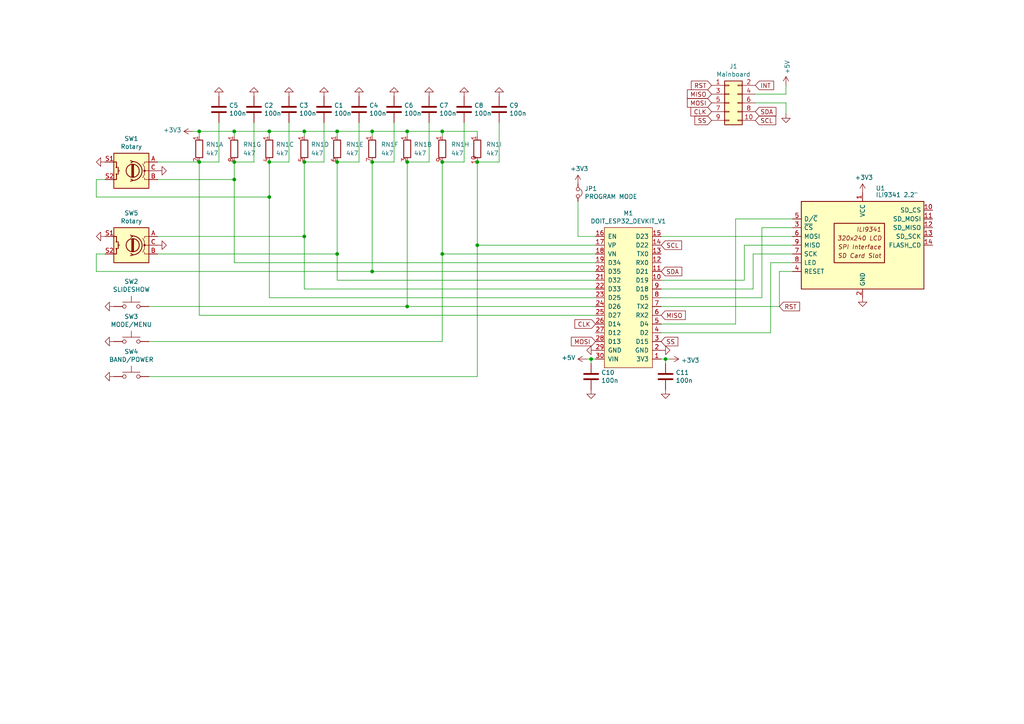
<source format=kicad_sch>
(kicad_sch (version 20230121) (generator eeschema)
  (paper "A4")
  (title_block (title "SI4684 controller") (date "2024-03-11") (rev "1") (company "PE5PVB"))
  (lib_symbols
    (symbol "Connector_Generic:Conn_02x05_Odd_Even" (pin_names (offset 1.016) hide)
      (property "Reference" "J" (at 1.27 7.62 0))
      (property "Value" "Conn_02x05_Odd_Even" (at 1.27 -7.62 0))
      (symbol "Conn_02x05_Odd_Even_1_1"
        (rectangle (start -1.27 -4.953) (end 0 -5.207) (stroke (width 0.1524)))
        (rectangle (start -1.27 -2.413) (end 0 -2.667) (stroke (width 0.1524)))
        (rectangle (start -1.27 0.127) (end 0 -0.127) (stroke (width 0.1524)))
        (rectangle (start -1.27 2.667) (end 0 2.413) (stroke (width 0.1524)))
        (rectangle (start -1.27 5.207) (end 0 4.953) (stroke (width 0.1524)))
        (rectangle (start -1.27 6.35) (end 3.81 -6.35) (stroke (width 0.254)) (fill (type background)))
        (rectangle (start 3.81 -4.953) (end 2.54 -5.207) (stroke (width 0.1524)))
        (rectangle (start 3.81 -2.413) (end 2.54 -2.667) (stroke (width 0.1524)))
        (rectangle (start 3.81 0.127) (end 2.54 -0.127) (stroke (width 0.1524)))
        (rectangle (start 3.81 2.667) (end 2.54 2.413) (stroke (width 0.1524)))
        (rectangle (start 3.81 5.207) (end 2.54 4.953) (stroke (width 0.1524)))
        (pin passive line (at -5.08 5.08 0) (length 3.81) (name "Pin_1") (number "1"))
        (pin passive line (at 7.62 -5.08 180) (length 3.81) (name "Pin_10") (number "10"))
        (pin passive line (at 7.62 5.08 180) (length 3.81) (name "Pin_2") (number "2"))
        (pin passive line (at -5.08 2.54 0) (length 3.81) (name "Pin_3") (number "3"))
        (pin passive line (at 7.62 2.54 180) (length 3.81) (name "Pin_4") (number "4"))
        (pin passive line (at -5.08 0 0) (length 3.81) (name "Pin_5") (number "5"))
        (pin passive line (at 7.62 0 180) (length 3.81) (name "Pin_6") (number "6"))
        (pin passive line (at -5.08 -2.54 0) (length 3.81) (name "Pin_7") (number "7"))
        (pin passive line (at 7.62 -2.54 180) (length 3.81) (name "Pin_8") (number "8"))
        (pin passive line (at -5.08 -5.08 0) (length 3.81) (name "Pin_9") (number "9"))
      )
    )
    (symbol "Device:C" (pin_numbers hide) (pin_names (offset 0.254))
      (property "Reference" "C" (at 0.635 2.54 0))
      (property "Value" "C" (at 0.635 -2.54 0))
      (symbol "C_0_1"
        (polyline (pts (xy -2.032 -0.762) (xy 2.032 -0.762)) (stroke (width 0.508)))
        (polyline (pts (xy -2.032 0.762) (xy 2.032 0.762)) (stroke (width 0.508)))
      )
      (symbol "C_1_1"
        (pin passive line (at 0 3.81 270) (length 2.794) (name "~") (number "1"))
        (pin passive line (at 0 -3.81 90) (length 2.794) (name "~") (number "2"))
      )
    )
    (symbol "Device:R_Network09_Split" (pin_names (offset 0) hide)
      (property "Reference" "RN" (at 2.032 0 90))
      (property "Value" "R_Network09_Split" (at 0 0 90))
      (symbol "R_Network09_Split_0_1"
        (rectangle (start 1.016 2.54) (end -1.016 -2.54) (stroke (width 0.254)))
        (pin passive line (at 0 3.81 270) (length 1.27) (name "R1") (number "1"))
      )
      (symbol "R_Network09_Split_1_1"
        (pin passive line (at 0 -3.81 90) (length 1.27) (name "R1.2") (number "2"))
      )
      (symbol "R_Network09_Split_2_1"
        (pin passive line (at 0 -3.81 90) (length 1.27) (name "R2.2") (number "3"))
      )
      (symbol "R_Network09_Split_3_1"
        (pin passive line (at 0 -3.81 90) (length 1.27) (name "R3.2") (number "4"))
      )
      (symbol "R_Network09_Split_4_1"
        (pin passive line (at 0 -3.81 90) (length 1.27) (name "R4.2") (number "5"))
      )
      (symbol "R_Network09_Split_5_1"
        (pin passive line (at 0 -3.81 90) (length 1.27) (name "R5.2") (number "6"))
      )
      (symbol "R_Network09_Split_6_1"
        (pin passive line (at 0 -3.81 90) (length 1.27) (name "R6.2") (number "7"))
      )
      (symbol "R_Network09_Split_7_1"
        (pin passive line (at 0 -3.81 90) (length 1.27) (name "R7.2") (number "8"))
      )
      (symbol "R_Network09_Split_8_1"
        (pin passive line (at 0 -3.81 90) (length 1.27) (name "R8.2") (number "9"))
      )
      (symbol "R_Network09_Split_9_1"
        (pin passive line (at 0 -3.81 90) (length 1.27) (name "R9.2") (number "10"))
      )
    )
    (symbol "Driver_Display:CR2013-MI2120" (pin_names (offset 0.762))
      (property "Reference" "U" (at -17.526 13.97 0))
      (property "Value" "CR2013-MI2120" (at 1.905 13.97 0))
      (symbol "CR2013-MI2120_0_0"
        (text "320x240 LCD" (at 0.889 2.032 0) (effects (font (size 1.27 1.27) italic)))
        (text "ILI9341" (at -5.461 4.572 0) (effects (font (size 1.27 1.27) italic) (justify left)))
        (text "SD Card Slot" (at -5.461 -3.048 0) (effects (font (size 1.27 1.27) italic) (justify left)))
        (text "SPI Interface" (at -5.461 -0.508 0) (effects (font (size 1.27 1.27) italic) (justify left)))
      )
      (symbol "CR2013-MI2120_0_1"
        (rectangle (start -17.78 12.7) (end 17.78 -12.7) (stroke (width 0.254)) (fill (type background)))
        (rectangle (start -6.35 6.35) (end 8.255 -5.08) (stroke (width 0.254)))
      )
      (symbol "CR2013-MI2120_1_1"
        (pin power_in line (at 0 15.24 270) (length 2.54) (name "VCC") (number "1"))
        (pin input line (at -20.32 10.16 0) (length 2.54) (name "SD_CS") (number "10"))
        (pin input line (at -20.32 7.62 0) (length 2.54) (name "SD_MOSI") (number "11"))
        (pin output line (at -20.32 5.08 0) (length 2.54) (name "SD_MISO") (number "12"))
        (pin input line (at -20.32 2.54 0) (length 2.54) (name "SD_SCK") (number "13"))
        (pin input line (at -20.32 0 0) (length 2.54) (name "FLASH_CD") (number "14"))
        (pin power_in line (at 0 -15.24 90) (length 2.54) (name "GND") (number "2"))
        (pin input line (at 20.32 5.08 180) (length 2.54) (name "~{CS}") (number "3"))
        (pin input line (at 20.32 -7.62 180) (length 2.54) (name "RESET") (number "4"))
        (pin input line (at 20.32 7.62 180) (length 2.54) (name "D/~{C}") (number "5"))
        (pin input line (at 20.32 2.54 180) (length 2.54) (name "MOSI") (number "6"))
        (pin input line (at 20.32 -2.54 180) (length 2.54) (name "SCK") (number "7"))
        (pin input line (at 20.32 -5.08 180) (length 2.54) (name "LED") (number "8"))
        (pin output line (at 20.32 0 180) (length 2.54) (name "MISO") (number "9"))
      )
    )
    (symbol "Switch:SW_Push" (pin_numbers hide) (pin_names (offset 1.016) hide)
      (property "Reference" "SW" (at 1.27 2.54 0))
      (property "Value" "SW_Push" (at 0 -1.524 0))
      (symbol "SW_Push_0_1"
        (circle (center -2.032 0) (radius 0.508))
        (polyline (pts (xy 0 1.27) (xy 0 3.048)))
        (polyline (pts (xy 2.54 1.27) (xy -2.54 1.27)))
        (circle (center 2.032 0) (radius 0.508))
        (pin passive line (at -5.08 0 0) (length 2.54) (name "1") (number "1"))
        (pin passive line (at 5.08 0 180) (length 2.54) (name "2") (number "2"))
      )
    )
    (symbol "WFM_controller-rescue:DOIT_ESP32_DEVKIT_V1-WFM_controller" (pin_names (offset 1.016))
      (property "Reference" "M" (at 0.7112 -21.5392 0))
      (property "Value" "DOIT_ESP32_DEVKIT_V1-WFM_controller" (at 1.27 -24.13 0))
      (symbol "DOIT_ESP32_DEVKIT_V1-WFM_controller_0_1"
        (rectangle (start -6.35 20.32) (end 7.62 -20.32) (fill (type background)))
      )
      (symbol "DOIT_ESP32_DEVKIT_V1-WFM_controller_1_1"
        (pin power_in line (at 10.16 -17.78 180) (length 2.54) (name "3V3") (number "1"))
        (pin bidirectional line (at 10.16 5.08 180) (length 2.54) (name "D19") (number "10"))
        (pin bidirectional line (at 10.16 7.62 180) (length 2.54) (name "D21") (number "11"))
        (pin bidirectional line (at 10.16 10.16 180) (length 2.54) (name "RX0") (number "12"))
        (pin bidirectional line (at 10.16 12.7 180) (length 2.54) (name "TX0") (number "13"))
        (pin bidirectional line (at 10.16 15.24 180) (length 2.54) (name "D22") (number "14"))
        (pin bidirectional line (at 10.16 17.78 180) (length 2.54) (name "D23") (number "15"))
        (pin input line (at -8.89 17.78 0) (length 2.54) (name "EN") (number "16"))
        (pin bidirectional line (at -8.89 15.24 0) (length 2.54) (name "VP") (number "17"))
        (pin bidirectional line (at -8.89 12.7 0) (length 2.54) (name "VN") (number "18"))
        (pin bidirectional line (at -8.89 10.16 0) (length 2.54) (name "D34") (number "19"))
        (pin power_in line (at 10.16 -15.24 180) (length 2.54) (name "GND") (number "2"))
        (pin bidirectional line (at -8.89 7.62 0) (length 2.54) (name "D35") (number "20"))
        (pin bidirectional line (at -8.89 5.08 0) (length 2.54) (name "D32") (number "21"))
        (pin bidirectional line (at -8.89 2.54 0) (length 2.54) (name "D33") (number "22"))
        (pin bidirectional line (at -8.89 0 0) (length 2.54) (name "D25") (number "23"))
        (pin bidirectional line (at -8.89 -2.54 0) (length 2.54) (name "D26") (number "24"))
        (pin bidirectional line (at -8.89 -5.08 0) (length 2.54) (name "D27") (number "25"))
        (pin bidirectional line (at -8.89 -7.62 0) (length 2.54) (name "D14") (number "26"))
        (pin bidirectional line (at -8.89 -10.16 0) (length 2.54) (name "D12") (number "27"))
        (pin bidirectional line (at -8.89 -12.7 0) (length 2.54) (name "D13") (number "28"))
        (pin power_in line (at -8.89 -15.24 0) (length 2.54) (name "GND") (number "29"))
        (pin bidirectional line (at 10.16 -12.7 180) (length 2.54) (name "D15") (number "3"))
        (pin power_in line (at -8.89 -17.78 0) (length 2.54) (name "VIN") (number "30"))
        (pin bidirectional line (at 10.16 -10.16 180) (length 2.54) (name "D2") (number "4"))
        (pin bidirectional line (at 10.16 -7.62 180) (length 2.54) (name "D4") (number "5"))
        (pin bidirectional line (at 10.16 -5.08 180) (length 2.54) (name "RX2") (number "6"))
        (pin bidirectional line (at 10.16 -2.54 180) (length 2.54) (name "TX2") (number "7"))
        (pin bidirectional line (at 10.16 0 180) (length 2.54) (name "D5") (number "8"))
        (pin bidirectional line (at 10.16 2.54 180) (length 2.54) (name "D18") (number "9"))
      )
    )
    (symbol "WFM_controller-rescue:Jumper_NC_Small-Device" (pin_numbers hide) (pin_names (offset 0.762) hide)
      (property "Reference" "JP" (at 0 2.032 0))
      (property "Value" "Jumper_NC_Small-Device" (at 0.254 -1.524 0))
      (symbol "Jumper_NC_Small-Device_0_1"
        (circle (center -1.016 0) (radius 0.508))
        (circle (center 1.016 0) (radius 0.508))
        (arc (start 1.016 0.762) (mid 0 1.1828) (end -1.016 0.762))
        (pin passive line (at -2.54 0 0) (length 1.016) (name "1") (number "1"))
        (pin passive line (at 2.54 0 180) (length 1.016) (name "2") (number "2"))
      )
    )
    (symbol "WFM_controller-rescue:Rotary_Encoder_Switch-Device" (pin_names (offset 0.254) hide)
      (property "Reference" "SW" (at 0 6.604 0))
      (property "Value" "Rotary_Encoder_Switch-Device" (at 0 -6.604 0))
      (symbol "Rotary_Encoder_Switch-Device_0_1"
        (rectangle (start -5.08 5.08) (end 5.08 -5.08) (stroke (width 0.254)) (fill (type background)))
        (circle (center -3.81 0) (radius 0.254) (fill (type outline)))
        (circle (center -0.381 0) (radius 1.905) (stroke (width 0.254)))
        (arc (start -0.381 2.667) (mid -3.0988 -0.0635) (end -0.381 -2.794) (stroke (width 0.254)))
        (polyline (pts (xy -0.635 -1.778) (xy -0.635 1.778)) (stroke (width 0.254)))
        (polyline (pts (xy -0.381 -1.778) (xy -0.381 1.778)) (stroke (width 0.254)))
        (polyline (pts (xy -0.127 1.778) (xy -0.127 -1.778)) (stroke (width 0.254)))
        (polyline (pts (xy 3.81 0) (xy 3.429 0)) (stroke (width 0.254)))
        (polyline (pts (xy 3.81 1.016) (xy 3.81 -1.016)) (stroke (width 0.254)))
        (polyline (pts (xy -5.08 -2.54) (xy -3.81 -2.54) (xy -3.81 -2.032)))
        (polyline (pts (xy -5.08 2.54) (xy -3.81 2.54) (xy -3.81 2.032)))
        (polyline (pts (xy 0.254 -3.048) (xy -0.508 -2.794) (xy 0.127 -2.413)) (stroke (width 0.254)))
        (polyline (pts (xy 0.254 2.921) (xy -0.508 2.667) (xy 0.127 2.286)) (stroke (width 0.254)))
        (polyline (pts (xy 5.08 -2.54) (xy 4.318 -2.54) (xy 4.318 -1.016)) (stroke (width 0.254)))
        (polyline (pts (xy 5.08 2.54) (xy 4.318 2.54) (xy 4.318 1.016)) (stroke (width 0.254)))
        (polyline (pts (xy -5.08 0) (xy -3.81 0) (xy -3.81 -1.016) (xy -3.302 -2.032)))
        (polyline (pts (xy -4.318 0) (xy -3.81 0) (xy -3.81 1.016) (xy -3.302 2.032)))
        (circle (center 4.318 -1.016) (radius 0.127) (stroke (width 0.254)))
        (circle (center 4.318 1.016) (radius 0.127) (stroke (width 0.254)))
      )
      (symbol "Rotary_Encoder_Switch-Device_1_1"
        (pin passive line (at -7.62 2.54 0) (length 2.54) (name "A") (number "A"))
        (pin passive line (at -7.62 -2.54 0) (length 2.54) (name "B") (number "B"))
        (pin passive line (at -7.62 0 0) (length 2.54) (name "C") (number "C"))
        (pin passive line (at 7.62 2.54 180) (length 2.54) (name "S1") (number "S1"))
        (pin passive line (at 7.62 -2.54 180) (length 2.54) (name "S2") (number "S2"))
      )
    )
    (symbol "power:+3V3" (power) (pin_names (offset 0))
      (property "Value" "+3V3" (at 0 3.556 0))
      (symbol "+3V3_0_1"
        (polyline (pts (xy -0.762 1.27) (xy 0 2.54)))
        (polyline (pts (xy 0 0) (xy 0 2.54)))
        (polyline (pts (xy 0 2.54) (xy 0.762 1.27)))
      )
      (symbol "+3V3_1_1"
        (pin power_in line (at 0 0 90) (length 0) hide (name "+3V3") (number "1"))
      )
    )
    (symbol "power:+5V" (power) (pin_names (offset 0))
      (property "Value" "+5V" (at 0 3.556 0))
      (symbol "+5V_0_1"
        (polyline (pts (xy -0.762 1.27) (xy 0 2.54)))
        (polyline (pts (xy 0 0) (xy 0 2.54)))
        (polyline (pts (xy 0 2.54) (xy 0.762 1.27)))
      )
      (symbol "+5V_1_1"
        (pin power_in line (at 0 0 90) (length 0) hide (name "+5V") (number "1"))
      )
    )
    (symbol "power:GND" (power) (pin_names (offset 0))
      (property "Value" "GND" (at 0 -3.81 0))
      (symbol "GND_0_1"
        (polyline (pts (xy 0 0) (xy 0 -1.27) (xy 1.27 -1.27) (xy 0 -2.54) (xy -1.27 -1.27) (xy 0 -1.27)))
      )
      (symbol "GND_1_1"
        (pin power_in line (at 0 0 270) (length 0) hide (name "GND") (number "1"))
      )
    )
  )
  (junction (at 118.11 46.99))
  (junction (at 88.265 38.1))
  (junction (at 138.43 46.99))
  (junction (at 128.27 38.1))
  (junction (at 78.105 38.1))
  (junction (at 128.27 46.99))
  (junction (at 138.43 71.12))
  (junction (at 67.945 46.99))
  (junction (at 88.265 68.58))
  (junction (at 107.95 38.1))
  (junction (at 67.945 52.07))
  (junction (at 88.265 46.99))
  (junction (at 97.79 73.66))
  (junction (at 193.04 104.14))
  (junction (at 97.79 38.1))
  (junction (at 78.105 46.99))
  (junction (at 107.95 78.74))
  (junction (at 57.785 38.1))
  (junction (at 118.11 88.9))
  (junction (at 57.785 46.99))
  (junction (at 107.95 46.99))
  (junction (at 118.11 38.1))
  (junction (at 78.105 57.15))
  (junction (at 171.45 104.14))
  (junction (at 67.945 38.1))
  (junction (at 128.27 73.66))
  (junction (at 97.79 46.99))
  (wire (pts (xy 67.945 52.07) (xy 67.945 46.99)))
  (wire (pts (xy 138.43 46.99) (xy 138.43 71.12)))
  (wire (pts (xy 219.075 27.305) (xy 227.965 27.305)))
  (wire (pts (xy 78.105 57.15) (xy 78.105 46.99)))
  (wire (pts (xy 83.82 35.56) (xy 83.82 46.99)))
  (wire (pts (xy 43.18 88.9) (xy 118.11 88.9)))
  (wire (pts (xy 73.66 35.56) (xy 73.66 46.99)))
  (wire (pts (xy 107.95 46.99) (xy 114.3 46.99)))
  (wire (pts (xy 114.3 46.99) (xy 114.3 35.56)))
  (wire (pts (xy 57.785 91.44) (xy 57.785 46.99)))
  (wire (pts (xy 30.48 52.07) (xy 27.94 52.07)))
  (wire (pts (xy 45.72 73.66) (xy 97.79 73.66)))
  (wire (pts (xy 191.77 96.52) (xy 223.52 96.52)))
  (wire (pts (xy 213.36 93.98) (xy 213.36 63.5)))
  (wire (pts (xy 191.77 68.58) (xy 229.87 68.58)))
  (wire (pts (xy 107.95 38.1) (xy 118.11 38.1)))
  (wire (pts (xy 104.14 46.99) (xy 104.14 35.56)))
  (wire (pts (xy 67.945 38.1) (xy 78.105 38.1)))
  (wire (pts (xy 107.95 78.74) (xy 172.72 78.74)))
  (wire (pts (xy 172.72 83.82) (xy 88.265 83.82)))
  (wire (pts (xy 191.77 86.36) (xy 220.98 86.36)))
  (wire (pts (xy 128.27 46.99) (xy 134.62 46.99)))
  (wire (pts (xy 27.94 73.66) (xy 27.94 78.74)))
  (wire (pts (xy 167.64 68.58) (xy 172.72 68.58)))
  (wire (pts (xy 118.11 38.1) (xy 118.11 39.37)))
  (wire (pts (xy 213.36 63.5) (xy 229.87 63.5)))
  (wire (pts (xy 57.785 38.1) (xy 67.945 38.1)))
  (wire (pts (xy 78.105 38.1) (xy 78.105 39.37)))
  (wire (pts (xy 78.105 46.99) (xy 83.82 46.99)))
  (wire (pts (xy 78.105 86.36) (xy 78.105 57.15)))
  (wire (pts (xy 27.94 52.07) (xy 27.94 57.15)))
  (wire (pts (xy 107.95 38.1) (xy 107.95 39.37)))
  (wire (pts (xy 218.44 83.82) (xy 218.44 73.66)))
  (wire (pts (xy 193.04 105.41) (xy 193.04 104.14)))
  (wire (pts (xy 97.79 81.28) (xy 97.79 73.66)))
  (wire (pts (xy 128.27 38.1) (xy 128.27 39.37)))
  (wire (pts (xy 172.72 76.2) (xy 67.945 76.2)))
  (wire (pts (xy 138.43 46.99) (xy 144.78 46.99)))
  (wire (pts (xy 118.11 38.1) (xy 128.27 38.1)))
  (wire (pts (xy 227.965 27.305) (xy 227.965 24.765)))
  (wire (pts (xy 63.5 35.56) (xy 63.5 46.99)))
  (wire (pts (xy 45.72 52.07) (xy 67.945 52.07)))
  (wire (pts (xy 172.72 86.36) (xy 78.105 86.36)))
  (wire (pts (xy 45.72 68.58) (xy 88.265 68.58)))
  (wire (pts (xy 191.77 83.82) (xy 218.44 83.82)))
  (wire (pts (xy 172.72 91.44) (xy 57.785 91.44)))
  (wire (pts (xy 226.06 78.74) (xy 226.06 88.9)))
  (wire (pts (xy 134.62 46.99) (xy 134.62 35.56)))
  (wire (pts (xy 67.945 38.1) (xy 67.945 39.37)))
  (wire (pts (xy 220.98 66.04) (xy 229.87 66.04)))
  (wire (pts (xy 97.79 46.99) (xy 104.14 46.99)))
  (wire (pts (xy 88.265 83.82) (xy 88.265 68.58)))
  (wire (pts (xy 128.27 73.66) (xy 128.27 99.06)))
  (wire (pts (xy 172.72 81.28) (xy 97.79 81.28)))
  (wire (pts (xy 88.265 38.1) (xy 97.79 38.1)))
  (wire (pts (xy 43.18 99.06) (xy 128.27 99.06)))
  (wire (pts (xy 138.43 109.22) (xy 138.43 71.12)))
  (wire (pts (xy 27.94 57.15) (xy 78.105 57.15)))
  (wire (pts (xy 218.44 73.66) (xy 229.87 73.66)))
  (wire (pts (xy 118.11 46.99) (xy 124.46 46.99)))
  (wire (pts (xy 118.11 46.99) (xy 118.11 88.9)))
  (wire (pts (xy 97.79 73.66) (xy 97.79 46.99)))
  (wire (pts (xy 219.075 29.845) (xy 227.965 29.845)))
  (wire (pts (xy 67.945 46.99) (xy 73.66 46.99)))
  (wire (pts (xy 107.95 46.99) (xy 107.95 78.74)))
  (wire (pts (xy 55.88 38.1) (xy 57.785 38.1)))
  (wire (pts (xy 88.265 38.1) (xy 88.265 39.37)))
  (wire (pts (xy 67.945 76.2) (xy 67.945 52.07)))
  (wire (pts (xy 191.77 104.14) (xy 193.04 104.14)))
  (wire (pts (xy 229.87 78.74) (xy 226.06 78.74)))
  (wire (pts (xy 223.52 96.52) (xy 223.52 76.2)))
  (wire (pts (xy 93.98 46.99) (xy 88.265 46.99)))
  (wire (pts (xy 30.48 73.66) (xy 27.94 73.66)))
  (wire (pts (xy 172.72 104.14) (xy 171.45 104.14)))
  (wire (pts (xy 215.9 81.28) (xy 215.9 71.12)))
  (wire (pts (xy 191.77 81.28) (xy 215.9 81.28)))
  (wire (pts (xy 227.965 29.845) (xy 227.965 33.02)))
  (wire (pts (xy 171.45 105.41) (xy 171.45 104.14)))
  (wire (pts (xy 167.64 58.42) (xy 167.64 68.58)))
  (wire (pts (xy 172.72 73.66) (xy 128.27 73.66)))
  (wire (pts (xy 43.18 109.22) (xy 138.43 109.22)))
  (wire (pts (xy 144.78 46.99) (xy 144.78 35.56)))
  (wire (pts (xy 193.04 104.14) (xy 194.31 104.14)))
  (wire (pts (xy 191.77 93.98) (xy 213.36 93.98)))
  (wire (pts (xy 215.9 71.12) (xy 229.87 71.12)))
  (wire (pts (xy 88.265 68.58) (xy 88.265 46.99)))
  (wire (pts (xy 138.43 71.12) (xy 172.72 71.12)))
  (wire (pts (xy 97.79 38.1) (xy 97.79 39.37)))
  (wire (pts (xy 138.43 38.1) (xy 138.43 39.37)))
  (wire (pts (xy 57.785 38.1) (xy 57.785 39.37)))
  (wire (pts (xy 97.79 38.1) (xy 107.95 38.1)))
  (wire (pts (xy 45.72 46.99) (xy 57.785 46.99)))
  (wire (pts (xy 226.06 88.9) (xy 191.77 88.9)))
  (wire (pts (xy 93.98 35.56) (xy 93.98 46.99)))
  (wire (pts (xy 223.52 76.2) (xy 229.87 76.2)))
  (wire (pts (xy 128.27 46.99) (xy 128.27 73.66)))
  (wire (pts (xy 124.46 46.99) (xy 124.46 35.56)))
  (wire (pts (xy 27.94 78.74) (xy 107.95 78.74)))
  (wire (pts (xy 171.45 104.14) (xy 170.18 104.14)))
  (wire (pts (xy 57.785 46.99) (xy 63.5 46.99)))
  (wire (pts (xy 220.98 86.36) (xy 220.98 66.04)))
  (wire (pts (xy 78.105 38.1) (xy 88.265 38.1)))
  (wire (pts (xy 128.27 38.1) (xy 138.43 38.1)))
  (wire (pts (xy 118.11 88.9) (xy 172.72 88.9)))
  (global_label "RST" (shape input) (at 226.06 88.9 0) (property "Intersheetrefs" "${INTERSHEET_REFS}" (effects hide)))
  (global_label "MOSI" (shape input) (at 172.72 99.06 180) (property "Intersheetrefs" "${INTERSHEET_REFS}" (effects hide)))
  (global_label "MISO" (shape input) (at 206.375 27.305 180) (property "Intersheetrefs" "${INTERSHEET_REFS}" (effects hide)))
  (global_label "MOSI" (shape input) (at 206.375 29.845 180) (property "Intersheetrefs" "${INTERSHEET_REFS}" (effects hide)))
  (global_label "SCL" (shape input) (at 219.075 34.925 0) (property "Intersheetrefs" "${INTERSHEET_REFS}" (effects hide)))
  (global_label "MISO" (shape input) (at 191.77 91.44 0) (property "Intersheetrefs" "${INTERSHEET_REFS}" (effects hide)))
  (global_label "SDA" (shape input) (at 219.075 32.385 0) (property "Intersheetrefs" "${INTERSHEET_REFS}" (effects hide)))
  (global_label "CLK" (shape input) (at 206.375 32.385 180) (property "Intersheetrefs" "${INTERSHEET_REFS}" (effects hide)))
  (global_label "INT" (shape input) (at 219.075 24.765 0) (property "Intersheetrefs" "${INTERSHEET_REFS}" (effects hide)))
  (global_label "SCL" (shape input) (at 191.77 71.12 0) (property "Intersheetrefs" "${INTERSHEET_REFS}" (effects hide)))
  (global_label "RST" (shape input) (at 206.375 24.765 180) (property "Intersheetrefs" "${INTERSHEET_REFS}" (effects hide)))
  (global_label "SDA" (shape input) (at 191.77 78.74 0) (property "Intersheetrefs" "${INTERSHEET_REFS}" (effects hide)))
  (global_label "SS" (shape input) (at 206.375 34.925 180) (property "Intersheetrefs" "${INTERSHEET_REFS}" (effects hide)))
  (global_label "CLK" (shape input) (at 172.72 93.98 180) (property "Intersheetrefs" "${INTERSHEET_REFS}" (effects hide)))
  (global_label "SS" (shape input) (at 191.77 99.06 0) (property "Intersheetrefs" "${INTERSHEET_REFS}" (effects hide)))
  (symbol (lib_id "WFM_controller-rescue:DOIT_ESP32_DEVKIT_V1-WFM_controller") (at 181.61 86.36 0) (unit 1)
    (property "Reference" "M1" (at 182.245 61.849 0))
    (property "Value" "DOIT_ESP32_DEVKIT_V1" (at 182.245 64.1604 0))
    (property "Footprint" "Library:ESP32_DOIT_DEVKIT_V1" (effects hide))
  )
  (symbol (lib_id "WFM_controller-rescue:Rotary_Encoder_Switch-Device") (at 38.1 49.53 0) (mirror y) (unit 1)
    (property "Reference" "SW1" (at 38.1 40.2082 0))
    (property "Value" "Rotary" (at 38.1 42.5196 0))
    (property "Footprint" "Rotary_Encoder:RotaryEncoder_Alps_EC11E-Switch_Vertical_H20mm" (effects hide))
  )
  (symbol (lib_id "power:GND") (at 45.72 49.53 90) (unit 1)
    (property "Reference" "#PWR08" (effects hide))
    (property "Value" "GND" (effects hide))
  )
  (symbol (lib_id "Device:C") (at 144.78 31.75 0) (unit 1)
    (property "Reference" "C9" (at 147.701 30.5816 0) (effects (justify left)))
    (property "Value" "100n" (at 147.701 32.893 0) (effects (justify left)))
    (property "Footprint" "Capacitor_THT:C_Disc_D3.0mm_W2.0mm_P2.50mm" (effects hide))
  )
  (symbol (lib_id "Device:C") (at 193.04 109.22 0) (unit 1)
    (property "Reference" "C11" (at 195.961 108.0516 0) (effects (justify left)))
    (property "Value" "100n" (at 195.961 110.363 0) (effects (justify left)))
    (property "Footprint" "Capacitor_THT:C_Disc_D3.0mm_W2.0mm_P2.50mm" (effects hide))
  )
  (symbol (lib_id "power:+3V3") (at 194.31 104.14 270) (unit 1)
    (property "Reference" "#PWR028" (effects hide))
    (property "Value" "+3V3" (at 197.5612 104.521 90) (effects (justify left)))
  )
  (symbol (lib_id "power:GND") (at 193.04 113.03 0) (unit 1)
    (property "Reference" "#PWR027" (effects hide))
    (property "Value" "GND" (effects hide))
  )
  (symbol (lib_id "power:GND") (at 191.77 101.6 90) (unit 1)
    (property "Reference" "#PWR026" (effects hide))
    (property "Value" "GND" (effects hide))
  )
  (symbol (lib_id "power:GND") (at 172.72 101.6 270) (unit 1)
    (property "Reference" "#PWR025" (effects hide))
    (property "Value" "GND" (effects hide))
  )
  (symbol (lib_id "WFM_controller-rescue:Jumper_NC_Small-Device") (at 167.64 55.88 270) (unit 1)
    (property "Reference" "JP1" (at 169.545 54.7116 90) (effects (justify left)))
    (property "Value" "PROGRAM MODE" (at 169.545 57.023 90) (effects (justify left)))
    (property "Footprint" "TestPoint:TestPoint_2Pads_Pitch2.54mm_Drill0.8mm" (effects hide))
  )
  (symbol (lib_id "power:GND") (at 30.48 46.99 270) (unit 1)
    (property "Reference" "#PWR01" (effects hide))
    (property "Value" "GND" (effects hide))
  )
  (symbol (lib_id "Switch:SW_Push") (at 38.1 88.9 0) (unit 1)
    (property "Reference" "SW2" (at 38.1 81.661 0))
    (property "Value" "SLIDESHOW" (at 38.1 83.9724 0))
    (property "Footprint" "Button_Switch_THT:SW_PUSH_6mm_H7.3mm" (effects hide))
  )
  (symbol (lib_id "Switch:SW_Push") (at 38.1 99.06 0) (unit 1)
    (property "Reference" "SW3" (at 38.1 91.821 0))
    (property "Value" "MODE/MENU" (at 38.1 94.1324 0))
    (property "Footprint" "Button_Switch_THT:SW_PUSH_6mm_H7.3mm" (effects hide))
  )
  (symbol (lib_id "power:GND") (at 33.02 88.9 270) (unit 1)
    (property "Reference" "#PWR02" (effects hide))
    (property "Value" "GND" (effects hide))
  )
  (symbol (lib_id "power:GND") (at 33.02 99.06 270) (unit 1)
    (property "Reference" "#PWR03" (effects hide))
    (property "Value" "GND" (effects hide))
  )
  (symbol (lib_id "Device:C") (at 134.62 31.75 0) (unit 1)
    (property "Reference" "C8" (at 137.541 30.5816 0) (effects (justify left)))
    (property "Value" "100n" (at 137.541 32.893 0) (effects (justify left)))
    (property "Footprint" "Capacitor_THT:C_Disc_D3.0mm_W2.0mm_P2.50mm" (effects hide))
  )
  (symbol (lib_id "Device:C") (at 124.46 31.75 0) (unit 1)
    (property "Reference" "C7" (at 127.381 30.5816 0) (effects (justify left)))
    (property "Value" "100n" (at 127.381 32.893 0) (effects (justify left)))
    (property "Footprint" "Capacitor_THT:C_Disc_D3.0mm_W2.0mm_P2.50mm" (effects hide))
  )
  (symbol (lib_id "Device:C") (at 114.3 31.75 0) (unit 1)
    (property "Reference" "C6" (at 117.221 30.5816 0) (effects (justify left)))
    (property "Value" "100n" (at 117.221 32.893 0) (effects (justify left)))
    (property "Footprint" "Capacitor_THT:C_Disc_D3.0mm_W2.0mm_P2.50mm" (effects hide))
  )
  (symbol (lib_id "Device:C") (at 104.14 31.75 0) (unit 1)
    (property "Reference" "C4" (at 107.061 30.5816 0) (effects (justify left)))
    (property "Value" "100n" (at 107.061 32.893 0) (effects (justify left)))
    (property "Footprint" "Capacitor_THT:C_Disc_D3.0mm_W2.0mm_P2.50mm" (effects hide))
  )
  (symbol (lib_id "power:GND") (at 104.14 27.94 180) (unit 1)
    (property "Reference" "#PWR015" (effects hide))
    (property "Value" "GND" (effects hide))
  )
  (symbol (lib_id "power:GND") (at 114.3 27.94 180) (unit 1)
    (property "Reference" "#PWR018" (effects hide))
    (property "Value" "GND" (effects hide))
  )
  (symbol (lib_id "power:GND") (at 124.46 27.94 180) (unit 1)
    (property "Reference" "#PWR019" (effects hide))
    (property "Value" "GND" (effects hide))
  )
  (symbol (lib_id "power:GND") (at 134.62 27.94 180) (unit 1)
    (property "Reference" "#PWR020" (effects hide))
    (property "Value" "GND" (effects hide))
  )
  (symbol (lib_id "power:GND") (at 144.78 27.94 180) (unit 1)
    (property "Reference" "#PWR021" (effects hide))
    (property "Value" "GND" (effects hide))
  )
  (symbol (lib_id "power:+3V3") (at 55.88 38.1 90) (unit 1)
    (property "Reference" "#PWR013" (effects hide))
    (property "Value" "+3V3" (at 52.6288 37.719 90) (effects (justify left)))
  )
  (symbol (lib_id "power:+5V") (at 170.18 104.14 90) (unit 1)
    (property "Reference" "#PWR023" (effects hide))
    (property "Value" "+5V" (at 166.9288 103.759 90) (effects (justify left)))
  )
  (symbol (lib_id "Device:C") (at 171.45 109.22 0) (unit 1)
    (property "Reference" "C10" (at 174.371 108.0516 0) (effects (justify left)))
    (property "Value" "100n" (at 174.371 110.363 0) (effects (justify left)))
    (property "Footprint" "Capacitor_THT:C_Disc_D3.0mm_W2.0mm_P2.50mm" (effects hide))
  )
  (symbol (lib_id "power:GND") (at 171.45 113.03 0) (unit 1)
    (property "Reference" "#PWR024" (effects hide))
    (property "Value" "GND" (effects hide))
  )
  (symbol (lib_id "Connector_Generic:Conn_02x05_Odd_Even") (at 211.455 29.845 0) (unit 1)
    (property "Reference" "J1" (at 212.725 19.2532 0))
    (property "Value" "Mainboard" (at 212.725 21.5646 0))
    (property "Footprint" "Connector_IDC:IDC-Header_2x05_P2.54mm_Vertical" (effects hide))
  )
  (symbol (lib_id "power:+3V3") (at 167.64 53.34 0) (unit 1)
    (property "Reference" "#PWR022" (effects hide))
    (property "Value" "+3V3" (at 168.021 48.9458 0))
  )
  (symbol (lib_id "Switch:SW_Push") (at 38.1 109.22 0) (unit 1)
    (property "Reference" "SW4" (at 38.1 101.981 0))
    (property "Value" "BAND/POWER" (at 38.1 104.2924 0))
    (property "Footprint" "Button_Switch_THT:SW_PUSH_6mm_H7.3mm" (effects hide))
  )
  (symbol (lib_id "power:GND") (at 33.02 109.22 270) (unit 1)
    (property "Reference" "#PWR04" (effects hide))
    (property "Value" "GND" (effects hide))
  )
  (symbol (lib_id "Device:R_Network09_Split") (at 138.43 43.18 0) (unit 9)
    (property "Reference" "RN1" (at 140.97 41.91 0) (effects (justify left)))
    (property "Value" "4k7" (at 140.97 44.45 0) (effects (justify left)))
    (property "Footprint" "Resistor_THT:R_Array_SIP10" (effects hide))
    (property "Datasheet" "http://www.vishay.com/docs/31509/csc.pdf" (effects hide))
  )
  (symbol (lib_id "Device:R_Network09_Split") (at 67.945 43.18 0) (unit 7)
    (property "Reference" "RN1" (at 70.485 41.91 0) (effects (justify left)))
    (property "Value" "4k7" (at 70.485 44.45 0) (effects (justify left)))
    (property "Footprint" "Resistor_THT:R_Array_SIP10" (effects hide))
    (property "Datasheet" "http://www.vishay.com/docs/31509/csc.pdf" (effects hide))
  )
  (symbol (lib_id "power:GND") (at 93.98 27.94 180) (unit 1)
    (property "Reference" "#PWR05" (effects hide))
    (property "Value" "GND" (effects hide))
  )
  (symbol (lib_id "Device:C") (at 93.98 31.75 0) (unit 1)
    (property "Reference" "C1" (at 96.901 30.5816 0) (effects (justify left)))
    (property "Value" "100n" (at 96.901 32.893 0) (effects (justify left)))
    (property "Footprint" "Capacitor_THT:C_Disc_D3.0mm_W2.0mm_P2.50mm" (effects hide))
  )
  (symbol (lib_id "Device:C") (at 83.82 31.75 0) (unit 1)
    (property "Reference" "C3" (at 86.741 30.5816 0) (effects (justify left)))
    (property "Value" "100n" (at 86.741 32.893 0) (effects (justify left)))
    (property "Footprint" "Capacitor_THT:C_Disc_D3.0mm_W2.0mm_P2.50mm" (effects hide))
  )
  (symbol (lib_id "Device:R_Network09_Split") (at 57.785 43.18 0) (unit 1)
    (property "Reference" "RN1" (at 59.69 41.91 0) (effects (justify left)))
    (property "Value" "4k7" (at 59.69 44.45 0) (effects (justify left)))
    (property "Footprint" "Resistor_THT:R_Array_SIP10" (effects hide))
    (property "Datasheet" "http://www.vishay.com/docs/31509/csc.pdf" (effects hide))
  )
  (symbol (lib_id "power:+5V") (at 227.965 24.765 0) (unit 1)
    (property "Reference" "#PWR016" (effects hide))
    (property "Value" "+5V" (at 228.346 21.5138 90) (effects (justify left)))
  )
  (symbol (lib_id "power:GND") (at 83.82 27.94 180) (unit 1)
    (property "Reference" "#PWR06" (effects hide))
    (property "Value" "GND" (effects hide))
  )
  (symbol (lib_id "power:GND") (at 73.66 27.94 180) (unit 1)
    (property "Reference" "#PWR010" (effects hide))
    (property "Value" "GND" (effects hide))
  )
  (symbol (lib_id "power:+3V3") (at 250.19 55.88 0) (unit 1)
    (property "Reference" "#PWR014" (effects hide))
    (property "Value" "+3V3" (at 250.571 51.4858 0))
  )
  (symbol (lib_id "Device:R_Network09_Split") (at 128.27 43.18 0) (unit 8)
    (property "Reference" "RN1" (at 130.81 41.91 0) (effects (justify left)))
    (property "Value" "4k7" (at 130.81 44.45 0) (effects (justify left)))
    (property "Footprint" "Resistor_THT:R_Array_SIP10" (effects hide))
    (property "Datasheet" "http://www.vishay.com/docs/31509/csc.pdf" (effects hide))
  )
  (symbol (lib_id "power:GND") (at 250.19 86.36 0) (unit 1)
    (property "Reference" "#PWR012" (effects hide))
    (property "Value" "GND" (effects hide))
  )
  (symbol (lib_id "Device:R_Network09_Split") (at 88.265 43.18 0) (unit 4)
    (property "Reference" "RN1" (at 90.17 41.91 0) (effects (justify left)))
    (property "Value" "4k7" (at 90.17 44.45 0) (effects (justify left)))
    (property "Footprint" "Resistor_THT:R_Array_SIP10" (effects hide))
    (property "Datasheet" "http://www.vishay.com/docs/31509/csc.pdf" (effects hide))
  )
  (symbol (lib_id "Device:C") (at 63.5 31.75 0) (unit 1)
    (property "Reference" "C5" (at 66.421 30.5816 0) (effects (justify left)))
    (property "Value" "100n" (at 66.421 32.893 0) (effects (justify left)))
    (property "Footprint" "Capacitor_THT:C_Disc_D3.0mm_W2.0mm_P2.50mm" (effects hide))
  )
  (symbol (lib_id "Device:R_Network09_Split") (at 107.95 43.18 0) (unit 6)
    (property "Reference" "RN1" (at 110.49 41.91 0) (effects (justify left)))
    (property "Value" "4k7" (at 110.49 44.45 0) (effects (justify left)))
    (property "Footprint" "Resistor_THT:R_Array_SIP10" (effects hide))
    (property "Datasheet" "http://www.vishay.com/docs/31509/csc.pdf" (effects hide))
  )
  (symbol (lib_id "power:GND") (at 227.965 33.02 0) (unit 1)
    (property "Reference" "#PWR017" (effects hide))
    (property "Value" "GND" (effects hide))
  )
  (symbol (lib_id "Device:R_Network09_Split") (at 78.105 43.18 0) (unit 3)
    (property "Reference" "RN1" (at 80.01 41.91 0) (effects (justify left)))
    (property "Value" "4k7" (at 80.01 44.45 0) (effects (justify left)))
    (property "Footprint" "Resistor_THT:R_Array_SIP10" (effects hide))
    (property "Datasheet" "http://www.vishay.com/docs/31509/csc.pdf" (effects hide))
  )
  (symbol (lib_id "Driver_Display:CR2013-MI2120") (at 250.19 71.12 0) (mirror y) (unit 1)
    (property "Reference" "U1" (at 254 54.61 0) (effects (justify right)))
    (property "Value" "ILI9341 2.2\"" (at 254 56.515 0) (effects (justify right)))
    (property "Footprint" "Display:CR2013-MI2120" (effects hide))
    (property "Datasheet" "http://pan.baidu.com/s/11Y990" (effects hide))
  )
  (symbol (lib_id "Device:R_Network09_Split") (at 97.79 43.18 0) (unit 5)
    (property "Reference" "RN1" (at 100.33 41.91 0) (effects (justify left)))
    (property "Value" "4k7" (at 100.33 44.45 0) (effects (justify left)))
    (property "Footprint" "Resistor_THT:R_Array_SIP10" (effects hide))
    (property "Datasheet" "http://www.vishay.com/docs/31509/csc.pdf" (effects hide))
  )
  (symbol (lib_id "WFM_controller-rescue:Rotary_Encoder_Switch-Device") (at 38.1 71.12 0) (mirror y) (unit 1)
    (property "Reference" "SW5" (at 38.1 61.7982 0))
    (property "Value" "Rotary" (at 38.1 64.1096 0))
    (property "Footprint" "Rotary_Encoder:RotaryEncoder_Alps_EC11E-Switch_Vertical_H20mm" (effects hide))
  )
  (symbol (lib_id "Device:C") (at 73.66 31.75 0) (unit 1)
    (property "Reference" "C2" (at 76.581 30.5816 0) (effects (justify left)))
    (property "Value" "100n" (at 76.581 32.893 0) (effects (justify left)))
    (property "Footprint" "Capacitor_THT:C_Disc_D3.0mm_W2.0mm_P2.50mm" (effects hide))
  )
  (symbol (lib_id "power:GND") (at 45.72 71.12 90) (unit 1)
    (property "Reference" "#PWR07" (effects hide))
    (property "Value" "GND" (effects hide))
  )
  (symbol (lib_id "power:GND") (at 63.5 27.94 180) (unit 1)
    (property "Reference" "#PWR011" (effects hide))
    (property "Value" "GND" (effects hide))
  )
  (symbol (lib_id "power:GND") (at 30.48 68.58 270) (unit 1)
    (property "Reference" "#PWR09" (effects hide))
    (property "Value" "GND" (effects hide))
  )
  (symbol (lib_id "Device:R_Network09_Split") (at 118.11 43.18 0) (unit 2)
    (property "Reference" "RN1" (at 120.015 41.91 0) (effects (justify left)))
    (property "Value" "4k7" (at 120.015 44.45 0) (effects (justify left)))
    (property "Footprint" "Resistor_THT:R_Array_SIP10" (effects hide))
    (property "Datasheet" "http://www.vishay.com/docs/31509/csc.pdf" (effects hide))
  )
)
</source>
